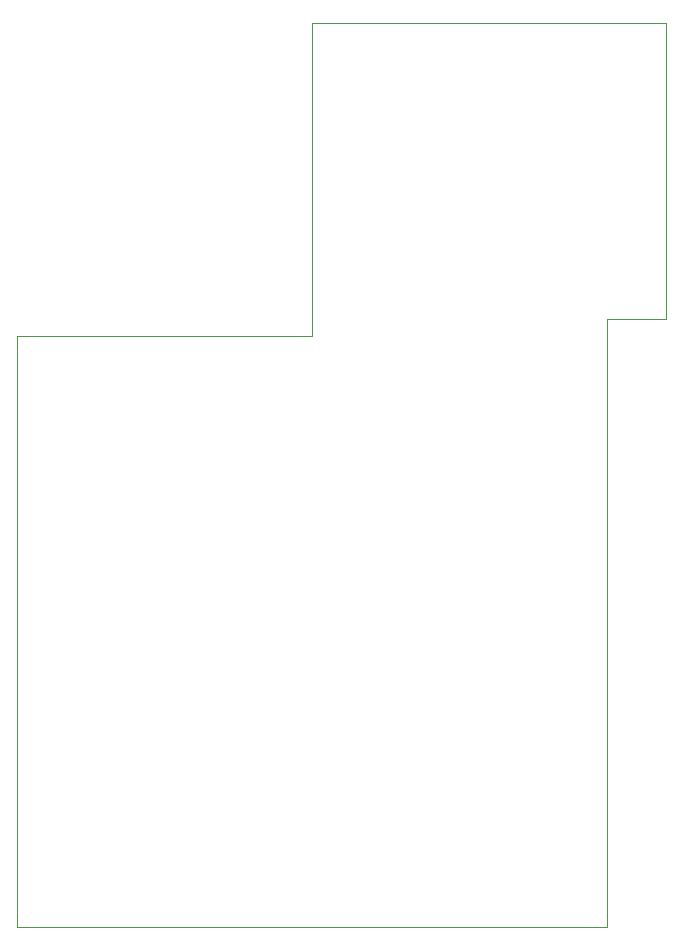
<source format=gbr>
%TF.GenerationSoftware,KiCad,Pcbnew,7.99.0-950-gc4668c1d3a-dirty*%
%TF.CreationDate,2023-06-21T04:14:00+08:00*%
%TF.ProjectId,LightningReed,4c696768-746e-4696-9e67-526565642e6b,rev?*%
%TF.SameCoordinates,Original*%
%TF.FileFunction,Profile,NP*%
%FSLAX46Y46*%
G04 Gerber Fmt 4.6, Leading zero omitted, Abs format (unit mm)*
G04 Created by KiCad (PCBNEW 7.99.0-950-gc4668c1d3a-dirty) date 2023-06-21 04:14:00*
%MOMM*%
%LPD*%
G01*
G04 APERTURE LIST*
%TA.AperFunction,Profile*%
%ADD10C,0.100000*%
%TD*%
G04 APERTURE END LIST*
D10*
X125000000Y-98500000D02*
X125000000Y-100000000D01*
X150000000Y-98500000D02*
X150000000Y-100000000D01*
X125000000Y-100000000D02*
X100000000Y-100000000D01*
X125000000Y-73500000D02*
X125000000Y-98500000D01*
X155000000Y-98500000D02*
X155000000Y-73500000D01*
X155000000Y-73500000D02*
X125000000Y-73500000D01*
X150000000Y-150000000D02*
X150000000Y-122500000D01*
X150000000Y-98500000D02*
X155000000Y-98500000D01*
X150000000Y-100000000D02*
X150000000Y-122500000D01*
X100000000Y-150000000D02*
X150000000Y-150000000D01*
X100000000Y-100000000D02*
X100000000Y-150000000D01*
M02*

</source>
